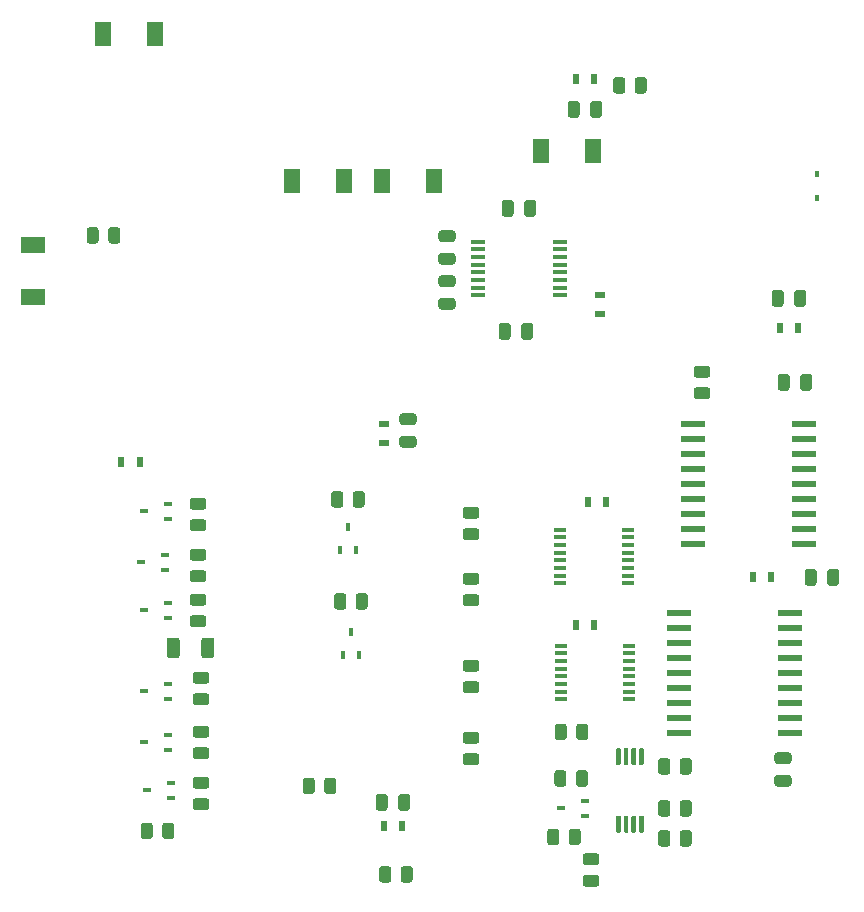
<source format=gbr>
%TF.GenerationSoftware,KiCad,Pcbnew,(5.1.8)-1*%
%TF.CreationDate,2022-01-24T15:12:58-08:00*%
%TF.ProjectId,BLE-33_baseboard,424c452d-3333-45f6-9261-7365626f6172,rev?*%
%TF.SameCoordinates,Original*%
%TF.FileFunction,Paste,Bot*%
%TF.FilePolarity,Positive*%
%FSLAX46Y46*%
G04 Gerber Fmt 4.6, Leading zero omitted, Abs format (unit mm)*
G04 Created by KiCad (PCBNEW (5.1.8)-1) date 2022-01-24 15:12:58*
%MOMM*%
%LPD*%
G01*
G04 APERTURE LIST*
%ADD10R,0.540000X0.940000*%
%ADD11R,0.940000X0.540000*%
%ADD12R,0.450000X0.600000*%
%ADD13R,0.700000X0.450000*%
%ADD14R,0.450000X0.700000*%
%ADD15R,1.000000X0.400000*%
%ADD16R,1.200000X0.400000*%
%ADD17R,2.000000X0.600000*%
%ADD18R,2.100000X1.400000*%
%ADD19R,1.400000X2.100000*%
G04 APERTURE END LIST*
D10*
%TO.C,C15*%
X163614000Y-99314000D03*
X162014000Y-99314000D03*
%TD*%
%TO.C,C14*%
X165900000Y-78232000D03*
X164300000Y-78232000D03*
%TD*%
%TO.C,C13*%
X147028000Y-103378000D03*
X148628000Y-103378000D03*
%TD*%
%TO.C,C12*%
X132372000Y-120396000D03*
X130772000Y-120396000D03*
%TD*%
D11*
%TO.C,C11*%
X149098000Y-75400000D03*
X149098000Y-77000000D03*
%TD*%
D10*
%TO.C,C10*%
X148044000Y-92964000D03*
X149644000Y-92964000D03*
%TD*%
%TO.C,C7*%
X148628000Y-57150000D03*
X147028000Y-57150000D03*
%TD*%
D11*
%TO.C,C6*%
X130810000Y-86322000D03*
X130810000Y-87922000D03*
%TD*%
D10*
%TO.C,C5*%
X108547000Y-89535000D03*
X110147000Y-89535000D03*
%TD*%
D12*
%TO.C,D3*%
X167513000Y-65117000D03*
X167513000Y-67217000D03*
%TD*%
%TO.C,R24*%
G36*
G01*
X113527000Y-104657999D02*
X113527000Y-105908001D01*
G75*
G02*
X113277001Y-106158000I-249999J0D01*
G01*
X112651999Y-106158000D01*
G75*
G02*
X112402000Y-105908001I0J249999D01*
G01*
X112402000Y-104657999D01*
G75*
G02*
X112651999Y-104408000I249999J0D01*
G01*
X113277001Y-104408000D01*
G75*
G02*
X113527000Y-104657999I0J-249999D01*
G01*
G37*
G36*
G01*
X116452000Y-104657999D02*
X116452000Y-105908001D01*
G75*
G02*
X116202001Y-106158000I-249999J0D01*
G01*
X115576999Y-106158000D01*
G75*
G02*
X115327000Y-105908001I0J249999D01*
G01*
X115327000Y-104657999D01*
G75*
G02*
X115576999Y-104408000I249999J0D01*
G01*
X116202001Y-104408000D01*
G75*
G02*
X116452000Y-104657999I0J-249999D01*
G01*
G37*
%TD*%
%TO.C,R26*%
G36*
G01*
X112033000Y-121227001D02*
X112033000Y-120326999D01*
G75*
G02*
X112282999Y-120077000I249999J0D01*
G01*
X112808001Y-120077000D01*
G75*
G02*
X113058000Y-120326999I0J-249999D01*
G01*
X113058000Y-121227001D01*
G75*
G02*
X112808001Y-121477000I-249999J0D01*
G01*
X112282999Y-121477000D01*
G75*
G02*
X112033000Y-121227001I0J249999D01*
G01*
G37*
G36*
G01*
X110208000Y-121227001D02*
X110208000Y-120326999D01*
G75*
G02*
X110457999Y-120077000I249999J0D01*
G01*
X110983001Y-120077000D01*
G75*
G02*
X111233000Y-120326999I0J-249999D01*
G01*
X111233000Y-121227001D01*
G75*
G02*
X110983001Y-121477000I-249999J0D01*
G01*
X110457999Y-121477000D01*
G75*
G02*
X110208000Y-121227001I0J249999D01*
G01*
G37*
%TD*%
%TO.C,R22*%
G36*
G01*
X138626001Y-99930000D02*
X137725999Y-99930000D01*
G75*
G02*
X137476000Y-99680001I0J249999D01*
G01*
X137476000Y-99154999D01*
G75*
G02*
X137725999Y-98905000I249999J0D01*
G01*
X138626001Y-98905000D01*
G75*
G02*
X138876000Y-99154999I0J-249999D01*
G01*
X138876000Y-99680001D01*
G75*
G02*
X138626001Y-99930000I-249999J0D01*
G01*
G37*
G36*
G01*
X138626001Y-101755000D02*
X137725999Y-101755000D01*
G75*
G02*
X137476000Y-101505001I0J249999D01*
G01*
X137476000Y-100979999D01*
G75*
G02*
X137725999Y-100730000I249999J0D01*
G01*
X138626001Y-100730000D01*
G75*
G02*
X138876000Y-100979999I0J-249999D01*
G01*
X138876000Y-101505001D01*
G75*
G02*
X138626001Y-101755000I-249999J0D01*
G01*
G37*
%TD*%
%TO.C,R29*%
G36*
G01*
X132226000Y-124910001D02*
X132226000Y-124009999D01*
G75*
G02*
X132475999Y-123760000I249999J0D01*
G01*
X133001001Y-123760000D01*
G75*
G02*
X133251000Y-124009999I0J-249999D01*
G01*
X133251000Y-124910001D01*
G75*
G02*
X133001001Y-125160000I-249999J0D01*
G01*
X132475999Y-125160000D01*
G75*
G02*
X132226000Y-124910001I0J249999D01*
G01*
G37*
G36*
G01*
X130401000Y-124910001D02*
X130401000Y-124009999D01*
G75*
G02*
X130650999Y-123760000I249999J0D01*
G01*
X131176001Y-123760000D01*
G75*
G02*
X131426000Y-124009999I0J-249999D01*
G01*
X131426000Y-124910001D01*
G75*
G02*
X131176001Y-125160000I-249999J0D01*
G01*
X130650999Y-125160000D01*
G75*
G02*
X130401000Y-124910001I0J249999D01*
G01*
G37*
%TD*%
%TO.C,R28*%
G36*
G01*
X148786001Y-123679000D02*
X147885999Y-123679000D01*
G75*
G02*
X147636000Y-123429001I0J249999D01*
G01*
X147636000Y-122903999D01*
G75*
G02*
X147885999Y-122654000I249999J0D01*
G01*
X148786001Y-122654000D01*
G75*
G02*
X149036000Y-122903999I0J-249999D01*
G01*
X149036000Y-123429001D01*
G75*
G02*
X148786001Y-123679000I-249999J0D01*
G01*
G37*
G36*
G01*
X148786001Y-125504000D02*
X147885999Y-125504000D01*
G75*
G02*
X147636000Y-125254001I0J249999D01*
G01*
X147636000Y-124728999D01*
G75*
G02*
X147885999Y-124479000I249999J0D01*
G01*
X148786001Y-124479000D01*
G75*
G02*
X149036000Y-124728999I0J-249999D01*
G01*
X149036000Y-125254001D01*
G75*
G02*
X148786001Y-125504000I-249999J0D01*
G01*
G37*
%TD*%
%TO.C,R27*%
G36*
G01*
X145650000Y-120834999D02*
X145650000Y-121735001D01*
G75*
G02*
X145400001Y-121985000I-249999J0D01*
G01*
X144874999Y-121985000D01*
G75*
G02*
X144625000Y-121735001I0J249999D01*
G01*
X144625000Y-120834999D01*
G75*
G02*
X144874999Y-120585000I249999J0D01*
G01*
X145400001Y-120585000D01*
G75*
G02*
X145650000Y-120834999I0J-249999D01*
G01*
G37*
G36*
G01*
X147475000Y-120834999D02*
X147475000Y-121735001D01*
G75*
G02*
X147225001Y-121985000I-249999J0D01*
G01*
X146699999Y-121985000D01*
G75*
G02*
X146450000Y-121735001I0J249999D01*
G01*
X146450000Y-120834999D01*
G75*
G02*
X146699999Y-120585000I249999J0D01*
G01*
X147225001Y-120585000D01*
G75*
G02*
X147475000Y-120834999I0J-249999D01*
G01*
G37*
%TD*%
%TO.C,R25*%
G36*
G01*
X124949000Y-116516999D02*
X124949000Y-117417001D01*
G75*
G02*
X124699001Y-117667000I-249999J0D01*
G01*
X124173999Y-117667000D01*
G75*
G02*
X123924000Y-117417001I0J249999D01*
G01*
X123924000Y-116516999D01*
G75*
G02*
X124173999Y-116267000I249999J0D01*
G01*
X124699001Y-116267000D01*
G75*
G02*
X124949000Y-116516999I0J-249999D01*
G01*
G37*
G36*
G01*
X126774000Y-116516999D02*
X126774000Y-117417001D01*
G75*
G02*
X126524001Y-117667000I-249999J0D01*
G01*
X125998999Y-117667000D01*
G75*
G02*
X125749000Y-117417001I0J249999D01*
G01*
X125749000Y-116516999D01*
G75*
G02*
X125998999Y-116267000I249999J0D01*
G01*
X126524001Y-116267000D01*
G75*
G02*
X126774000Y-116516999I0J-249999D01*
G01*
G37*
%TD*%
%TO.C,R23*%
G36*
G01*
X138626001Y-94342000D02*
X137725999Y-94342000D01*
G75*
G02*
X137476000Y-94092001I0J249999D01*
G01*
X137476000Y-93566999D01*
G75*
G02*
X137725999Y-93317000I249999J0D01*
G01*
X138626001Y-93317000D01*
G75*
G02*
X138876000Y-93566999I0J-249999D01*
G01*
X138876000Y-94092001D01*
G75*
G02*
X138626001Y-94342000I-249999J0D01*
G01*
G37*
G36*
G01*
X138626001Y-96167000D02*
X137725999Y-96167000D01*
G75*
G02*
X137476000Y-95917001I0J249999D01*
G01*
X137476000Y-95391999D01*
G75*
G02*
X137725999Y-95142000I249999J0D01*
G01*
X138626001Y-95142000D01*
G75*
G02*
X138876000Y-95391999I0J-249999D01*
G01*
X138876000Y-95917001D01*
G75*
G02*
X138626001Y-96167000I-249999J0D01*
G01*
G37*
%TD*%
%TO.C,R21*%
G36*
G01*
X138626001Y-107296000D02*
X137725999Y-107296000D01*
G75*
G02*
X137476000Y-107046001I0J249999D01*
G01*
X137476000Y-106520999D01*
G75*
G02*
X137725999Y-106271000I249999J0D01*
G01*
X138626001Y-106271000D01*
G75*
G02*
X138876000Y-106520999I0J-249999D01*
G01*
X138876000Y-107046001D01*
G75*
G02*
X138626001Y-107296000I-249999J0D01*
G01*
G37*
G36*
G01*
X138626001Y-109121000D02*
X137725999Y-109121000D01*
G75*
G02*
X137476000Y-108871001I0J249999D01*
G01*
X137476000Y-108345999D01*
G75*
G02*
X137725999Y-108096000I249999J0D01*
G01*
X138626001Y-108096000D01*
G75*
G02*
X138876000Y-108345999I0J-249999D01*
G01*
X138876000Y-108871001D01*
G75*
G02*
X138626001Y-109121000I-249999J0D01*
G01*
G37*
%TD*%
%TO.C,R20*%
G36*
G01*
X138626001Y-113392000D02*
X137725999Y-113392000D01*
G75*
G02*
X137476000Y-113142001I0J249999D01*
G01*
X137476000Y-112616999D01*
G75*
G02*
X137725999Y-112367000I249999J0D01*
G01*
X138626001Y-112367000D01*
G75*
G02*
X138876000Y-112616999I0J-249999D01*
G01*
X138876000Y-113142001D01*
G75*
G02*
X138626001Y-113392000I-249999J0D01*
G01*
G37*
G36*
G01*
X138626001Y-115217000D02*
X137725999Y-115217000D01*
G75*
G02*
X137476000Y-114967001I0J249999D01*
G01*
X137476000Y-114441999D01*
G75*
G02*
X137725999Y-114192000I249999J0D01*
G01*
X138626001Y-114192000D01*
G75*
G02*
X138876000Y-114441999I0J-249999D01*
G01*
X138876000Y-114967001D01*
G75*
G02*
X138626001Y-115217000I-249999J0D01*
G01*
G37*
%TD*%
%TO.C,R19*%
G36*
G01*
X147085000Y-112845001D02*
X147085000Y-111944999D01*
G75*
G02*
X147334999Y-111695000I249999J0D01*
G01*
X147860001Y-111695000D01*
G75*
G02*
X148110000Y-111944999I0J-249999D01*
G01*
X148110000Y-112845001D01*
G75*
G02*
X147860001Y-113095000I-249999J0D01*
G01*
X147334999Y-113095000D01*
G75*
G02*
X147085000Y-112845001I0J249999D01*
G01*
G37*
G36*
G01*
X145260000Y-112845001D02*
X145260000Y-111944999D01*
G75*
G02*
X145509999Y-111695000I249999J0D01*
G01*
X146035001Y-111695000D01*
G75*
G02*
X146285000Y-111944999I0J-249999D01*
G01*
X146285000Y-112845001D01*
G75*
G02*
X146035001Y-113095000I-249999J0D01*
G01*
X145509999Y-113095000D01*
G75*
G02*
X145260000Y-112845001I0J249999D01*
G01*
G37*
%TD*%
D13*
%TO.C,Q3*%
X110506000Y-93726000D03*
X112506000Y-94376000D03*
X112506000Y-93076000D03*
%TD*%
D14*
%TO.C,Q11*%
X128016000Y-103902000D03*
X127366000Y-105902000D03*
X128666000Y-105902000D03*
%TD*%
%TO.C,Q10*%
X127762000Y-95012000D03*
X127112000Y-97012000D03*
X128412000Y-97012000D03*
%TD*%
D13*
%TO.C,Q9*%
X145812000Y-118872000D03*
X147812000Y-119522000D03*
X147812000Y-118222000D03*
%TD*%
%TO.C,Q8*%
X110506000Y-108966000D03*
X112506000Y-109616000D03*
X112506000Y-108316000D03*
%TD*%
%TO.C,Q7*%
X110760000Y-117348000D03*
X112760000Y-117998000D03*
X112760000Y-116698000D03*
%TD*%
%TO.C,Q6*%
X110506000Y-113284000D03*
X112506000Y-113934000D03*
X112506000Y-112634000D03*
%TD*%
%TO.C,Q5*%
X110506000Y-102108000D03*
X112506000Y-102758000D03*
X112506000Y-101458000D03*
%TD*%
%TO.C,Q4*%
X110252000Y-98044000D03*
X112252000Y-98694000D03*
X112252000Y-97394000D03*
%TD*%
%TO.C,R18*%
G36*
G01*
X127616000Y-100895998D02*
X127616000Y-101796002D01*
G75*
G02*
X127366002Y-102046000I-249998J0D01*
G01*
X126840998Y-102046000D01*
G75*
G02*
X126591000Y-101796002I0J249998D01*
G01*
X126591000Y-100895998D01*
G75*
G02*
X126840998Y-100646000I249998J0D01*
G01*
X127366002Y-100646000D01*
G75*
G02*
X127616000Y-100895998I0J-249998D01*
G01*
G37*
G36*
G01*
X129441000Y-100895998D02*
X129441000Y-101796002D01*
G75*
G02*
X129191002Y-102046000I-249998J0D01*
G01*
X128665998Y-102046000D01*
G75*
G02*
X128416000Y-101796002I0J249998D01*
G01*
X128416000Y-100895998D01*
G75*
G02*
X128665998Y-100646000I249998J0D01*
G01*
X129191002Y-100646000D01*
G75*
G02*
X129441000Y-100895998I0J-249998D01*
G01*
G37*
%TD*%
%TO.C,R17*%
G36*
G01*
X127362000Y-92259998D02*
X127362000Y-93160002D01*
G75*
G02*
X127112002Y-93410000I-249998J0D01*
G01*
X126586998Y-93410000D01*
G75*
G02*
X126337000Y-93160002I0J249998D01*
G01*
X126337000Y-92259998D01*
G75*
G02*
X126586998Y-92010000I249998J0D01*
G01*
X127112002Y-92010000D01*
G75*
G02*
X127362000Y-92259998I0J-249998D01*
G01*
G37*
G36*
G01*
X129187000Y-92259998D02*
X129187000Y-93160002D01*
G75*
G02*
X128937002Y-93410000I-249998J0D01*
G01*
X128411998Y-93410000D01*
G75*
G02*
X128162000Y-93160002I0J249998D01*
G01*
X128162000Y-92259998D01*
G75*
G02*
X128411998Y-92010000I249998J0D01*
G01*
X128937002Y-92010000D01*
G75*
G02*
X129187000Y-92259998I0J-249998D01*
G01*
G37*
%TD*%
%TO.C,R3*%
G36*
G01*
X114611998Y-102508000D02*
X115512002Y-102508000D01*
G75*
G02*
X115762000Y-102757998I0J-249998D01*
G01*
X115762000Y-103283002D01*
G75*
G02*
X115512002Y-103533000I-249998J0D01*
G01*
X114611998Y-103533000D01*
G75*
G02*
X114362000Y-103283002I0J249998D01*
G01*
X114362000Y-102757998D01*
G75*
G02*
X114611998Y-102508000I249998J0D01*
G01*
G37*
G36*
G01*
X114611998Y-100683000D02*
X115512002Y-100683000D01*
G75*
G02*
X115762000Y-100932998I0J-249998D01*
G01*
X115762000Y-101458002D01*
G75*
G02*
X115512002Y-101708000I-249998J0D01*
G01*
X114611998Y-101708000D01*
G75*
G02*
X114362000Y-101458002I0J249998D01*
G01*
X114362000Y-100932998D01*
G75*
G02*
X114611998Y-100683000I249998J0D01*
G01*
G37*
%TD*%
%TO.C,R16*%
G36*
G01*
X147061500Y-116782002D02*
X147061500Y-115881998D01*
G75*
G02*
X147311498Y-115632000I249998J0D01*
G01*
X147836502Y-115632000D01*
G75*
G02*
X148086500Y-115881998I0J-249998D01*
G01*
X148086500Y-116782002D01*
G75*
G02*
X147836502Y-117032000I-249998J0D01*
G01*
X147311498Y-117032000D01*
G75*
G02*
X147061500Y-116782002I0J249998D01*
G01*
G37*
G36*
G01*
X145236500Y-116782002D02*
X145236500Y-115881998D01*
G75*
G02*
X145486498Y-115632000I249998J0D01*
G01*
X146011502Y-115632000D01*
G75*
G02*
X146261500Y-115881998I0J-249998D01*
G01*
X146261500Y-116782002D01*
G75*
G02*
X146011502Y-117032000I-249998J0D01*
G01*
X145486498Y-117032000D01*
G75*
G02*
X145236500Y-116782002I0J249998D01*
G01*
G37*
%TD*%
%TO.C,R15*%
G36*
G01*
X106661000Y-69907998D02*
X106661000Y-70808002D01*
G75*
G02*
X106411002Y-71058000I-249998J0D01*
G01*
X105885998Y-71058000D01*
G75*
G02*
X105636000Y-70808002I0J249998D01*
G01*
X105636000Y-69907998D01*
G75*
G02*
X105885998Y-69658000I249998J0D01*
G01*
X106411002Y-69658000D01*
G75*
G02*
X106661000Y-69907998I0J-249998D01*
G01*
G37*
G36*
G01*
X108486000Y-69907998D02*
X108486000Y-70808002D01*
G75*
G02*
X108236002Y-71058000I-249998J0D01*
G01*
X107710998Y-71058000D01*
G75*
G02*
X107461000Y-70808002I0J249998D01*
G01*
X107461000Y-69907998D01*
G75*
G02*
X107710998Y-69658000I249998J0D01*
G01*
X108236002Y-69658000D01*
G75*
G02*
X108486000Y-69907998I0J-249998D01*
G01*
G37*
%TD*%
%TO.C,R14*%
G36*
G01*
X151238000Y-57207998D02*
X151238000Y-58108002D01*
G75*
G02*
X150988002Y-58358000I-249998J0D01*
G01*
X150462998Y-58358000D01*
G75*
G02*
X150213000Y-58108002I0J249998D01*
G01*
X150213000Y-57207998D01*
G75*
G02*
X150462998Y-56958000I249998J0D01*
G01*
X150988002Y-56958000D01*
G75*
G02*
X151238000Y-57207998I0J-249998D01*
G01*
G37*
G36*
G01*
X153063000Y-57207998D02*
X153063000Y-58108002D01*
G75*
G02*
X152813002Y-58358000I-249998J0D01*
G01*
X152287998Y-58358000D01*
G75*
G02*
X152038000Y-58108002I0J249998D01*
G01*
X152038000Y-57207998D01*
G75*
G02*
X152287998Y-56958000I249998J0D01*
G01*
X152813002Y-56958000D01*
G75*
G02*
X153063000Y-57207998I0J-249998D01*
G01*
G37*
%TD*%
%TO.C,R13*%
G36*
G01*
X158184002Y-82404000D02*
X157283998Y-82404000D01*
G75*
G02*
X157034000Y-82154002I0J249998D01*
G01*
X157034000Y-81628998D01*
G75*
G02*
X157283998Y-81379000I249998J0D01*
G01*
X158184002Y-81379000D01*
G75*
G02*
X158434000Y-81628998I0J-249998D01*
G01*
X158434000Y-82154002D01*
G75*
G02*
X158184002Y-82404000I-249998J0D01*
G01*
G37*
G36*
G01*
X158184002Y-84229000D02*
X157283998Y-84229000D01*
G75*
G02*
X157034000Y-83979002I0J249998D01*
G01*
X157034000Y-83453998D01*
G75*
G02*
X157283998Y-83204000I249998J0D01*
G01*
X158184002Y-83204000D01*
G75*
G02*
X158434000Y-83453998I0J-249998D01*
G01*
X158434000Y-83979002D01*
G75*
G02*
X158184002Y-84229000I-249998J0D01*
G01*
G37*
%TD*%
%TO.C,R12*%
G36*
G01*
X114865998Y-109112000D02*
X115766002Y-109112000D01*
G75*
G02*
X116016000Y-109361998I0J-249998D01*
G01*
X116016000Y-109887002D01*
G75*
G02*
X115766002Y-110137000I-249998J0D01*
G01*
X114865998Y-110137000D01*
G75*
G02*
X114616000Y-109887002I0J249998D01*
G01*
X114616000Y-109361998D01*
G75*
G02*
X114865998Y-109112000I249998J0D01*
G01*
G37*
G36*
G01*
X114865998Y-107287000D02*
X115766002Y-107287000D01*
G75*
G02*
X116016000Y-107536998I0J-249998D01*
G01*
X116016000Y-108062002D01*
G75*
G02*
X115766002Y-108312000I-249998J0D01*
G01*
X114865998Y-108312000D01*
G75*
G02*
X114616000Y-108062002I0J249998D01*
G01*
X114616000Y-107536998D01*
G75*
G02*
X114865998Y-107287000I249998J0D01*
G01*
G37*
%TD*%
%TO.C,R11*%
G36*
G01*
X114865998Y-118002000D02*
X115766002Y-118002000D01*
G75*
G02*
X116016000Y-118251998I0J-249998D01*
G01*
X116016000Y-118777002D01*
G75*
G02*
X115766002Y-119027000I-249998J0D01*
G01*
X114865998Y-119027000D01*
G75*
G02*
X114616000Y-118777002I0J249998D01*
G01*
X114616000Y-118251998D01*
G75*
G02*
X114865998Y-118002000I249998J0D01*
G01*
G37*
G36*
G01*
X114865998Y-116177000D02*
X115766002Y-116177000D01*
G75*
G02*
X116016000Y-116426998I0J-249998D01*
G01*
X116016000Y-116952002D01*
G75*
G02*
X115766002Y-117202000I-249998J0D01*
G01*
X114865998Y-117202000D01*
G75*
G02*
X114616000Y-116952002I0J249998D01*
G01*
X114616000Y-116426998D01*
G75*
G02*
X114865998Y-116177000I249998J0D01*
G01*
G37*
%TD*%
%TO.C,R10*%
G36*
G01*
X114865998Y-113684000D02*
X115766002Y-113684000D01*
G75*
G02*
X116016000Y-113933998I0J-249998D01*
G01*
X116016000Y-114459002D01*
G75*
G02*
X115766002Y-114709000I-249998J0D01*
G01*
X114865998Y-114709000D01*
G75*
G02*
X114616000Y-114459002I0J249998D01*
G01*
X114616000Y-113933998D01*
G75*
G02*
X114865998Y-113684000I249998J0D01*
G01*
G37*
G36*
G01*
X114865998Y-111859000D02*
X115766002Y-111859000D01*
G75*
G02*
X116016000Y-112108998I0J-249998D01*
G01*
X116016000Y-112634002D01*
G75*
G02*
X115766002Y-112884000I-249998J0D01*
G01*
X114865998Y-112884000D01*
G75*
G02*
X114616000Y-112634002I0J249998D01*
G01*
X114616000Y-112108998D01*
G75*
G02*
X114865998Y-111859000I249998J0D01*
G01*
G37*
%TD*%
%TO.C,R8*%
G36*
G01*
X155048000Y-118421998D02*
X155048000Y-119322002D01*
G75*
G02*
X154798002Y-119572000I-249998J0D01*
G01*
X154272998Y-119572000D01*
G75*
G02*
X154023000Y-119322002I0J249998D01*
G01*
X154023000Y-118421998D01*
G75*
G02*
X154272998Y-118172000I249998J0D01*
G01*
X154798002Y-118172000D01*
G75*
G02*
X155048000Y-118421998I0J-249998D01*
G01*
G37*
G36*
G01*
X156873000Y-118421998D02*
X156873000Y-119322002D01*
G75*
G02*
X156623002Y-119572000I-249998J0D01*
G01*
X156097998Y-119572000D01*
G75*
G02*
X155848000Y-119322002I0J249998D01*
G01*
X155848000Y-118421998D01*
G75*
G02*
X156097998Y-118172000I249998J0D01*
G01*
X156623002Y-118172000D01*
G75*
G02*
X156873000Y-118421998I0J-249998D01*
G01*
G37*
%TD*%
%TO.C,R6*%
G36*
G01*
X155048000Y-114865998D02*
X155048000Y-115766002D01*
G75*
G02*
X154798002Y-116016000I-249998J0D01*
G01*
X154272998Y-116016000D01*
G75*
G02*
X154023000Y-115766002I0J249998D01*
G01*
X154023000Y-114865998D01*
G75*
G02*
X154272998Y-114616000I249998J0D01*
G01*
X154798002Y-114616000D01*
G75*
G02*
X155048000Y-114865998I0J-249998D01*
G01*
G37*
G36*
G01*
X156873000Y-114865998D02*
X156873000Y-115766002D01*
G75*
G02*
X156623002Y-116016000I-249998J0D01*
G01*
X156097998Y-116016000D01*
G75*
G02*
X155848000Y-115766002I0J249998D01*
G01*
X155848000Y-114865998D01*
G75*
G02*
X156097998Y-114616000I249998J0D01*
G01*
X156623002Y-114616000D01*
G75*
G02*
X156873000Y-114865998I0J-249998D01*
G01*
G37*
%TD*%
%TO.C,R4*%
G36*
G01*
X155048000Y-120961998D02*
X155048000Y-121862002D01*
G75*
G02*
X154798002Y-122112000I-249998J0D01*
G01*
X154272998Y-122112000D01*
G75*
G02*
X154023000Y-121862002I0J249998D01*
G01*
X154023000Y-120961998D01*
G75*
G02*
X154272998Y-120712000I249998J0D01*
G01*
X154798002Y-120712000D01*
G75*
G02*
X155048000Y-120961998I0J-249998D01*
G01*
G37*
G36*
G01*
X156873000Y-120961998D02*
X156873000Y-121862002D01*
G75*
G02*
X156623002Y-122112000I-249998J0D01*
G01*
X156097998Y-122112000D01*
G75*
G02*
X155848000Y-121862002I0J249998D01*
G01*
X155848000Y-120961998D01*
G75*
G02*
X156097998Y-120712000I249998J0D01*
G01*
X156623002Y-120712000D01*
G75*
G02*
X156873000Y-120961998I0J-249998D01*
G01*
G37*
%TD*%
%TO.C,R2*%
G36*
G01*
X114611998Y-98698000D02*
X115512002Y-98698000D01*
G75*
G02*
X115762000Y-98947998I0J-249998D01*
G01*
X115762000Y-99473002D01*
G75*
G02*
X115512002Y-99723000I-249998J0D01*
G01*
X114611998Y-99723000D01*
G75*
G02*
X114362000Y-99473002I0J249998D01*
G01*
X114362000Y-98947998D01*
G75*
G02*
X114611998Y-98698000I249998J0D01*
G01*
G37*
G36*
G01*
X114611998Y-96873000D02*
X115512002Y-96873000D01*
G75*
G02*
X115762000Y-97122998I0J-249998D01*
G01*
X115762000Y-97648002D01*
G75*
G02*
X115512002Y-97898000I-249998J0D01*
G01*
X114611998Y-97898000D01*
G75*
G02*
X114362000Y-97648002I0J249998D01*
G01*
X114362000Y-97122998D01*
G75*
G02*
X114611998Y-96873000I249998J0D01*
G01*
G37*
%TD*%
%TO.C,R1*%
G36*
G01*
X114611998Y-94380000D02*
X115512002Y-94380000D01*
G75*
G02*
X115762000Y-94629998I0J-249998D01*
G01*
X115762000Y-95155002D01*
G75*
G02*
X115512002Y-95405000I-249998J0D01*
G01*
X114611998Y-95405000D01*
G75*
G02*
X114362000Y-95155002I0J249998D01*
G01*
X114362000Y-94629998D01*
G75*
G02*
X114611998Y-94380000I249998J0D01*
G01*
G37*
G36*
G01*
X114611998Y-92555000D02*
X115512002Y-92555000D01*
G75*
G02*
X115762000Y-92804998I0J-249998D01*
G01*
X115762000Y-93330002D01*
G75*
G02*
X115512002Y-93580000I-249998J0D01*
G01*
X114611998Y-93580000D01*
G75*
G02*
X114362000Y-93330002I0J249998D01*
G01*
X114362000Y-92804998D01*
G75*
G02*
X114611998Y-92555000I249998J0D01*
G01*
G37*
%TD*%
%TO.C,C20*%
G36*
G01*
X165158000Y-82329000D02*
X165158000Y-83279000D01*
G75*
G02*
X164908000Y-83529000I-250000J0D01*
G01*
X164408000Y-83529000D01*
G75*
G02*
X164158000Y-83279000I0J250000D01*
G01*
X164158000Y-82329000D01*
G75*
G02*
X164408000Y-82079000I250000J0D01*
G01*
X164908000Y-82079000D01*
G75*
G02*
X165158000Y-82329000I0J-250000D01*
G01*
G37*
G36*
G01*
X167058000Y-82329000D02*
X167058000Y-83279000D01*
G75*
G02*
X166808000Y-83529000I-250000J0D01*
G01*
X166308000Y-83529000D01*
G75*
G02*
X166058000Y-83279000I0J250000D01*
G01*
X166058000Y-82329000D01*
G75*
G02*
X166308000Y-82079000I250000J0D01*
G01*
X166808000Y-82079000D01*
G75*
G02*
X167058000Y-82329000I0J-250000D01*
G01*
G37*
%TD*%
%TO.C,C19*%
G36*
G01*
X165067000Y-115120000D02*
X164117000Y-115120000D01*
G75*
G02*
X163867000Y-114870000I0J250000D01*
G01*
X163867000Y-114370000D01*
G75*
G02*
X164117000Y-114120000I250000J0D01*
G01*
X165067000Y-114120000D01*
G75*
G02*
X165317000Y-114370000I0J-250000D01*
G01*
X165317000Y-114870000D01*
G75*
G02*
X165067000Y-115120000I-250000J0D01*
G01*
G37*
G36*
G01*
X165067000Y-117020000D02*
X164117000Y-117020000D01*
G75*
G02*
X163867000Y-116770000I0J250000D01*
G01*
X163867000Y-116270000D01*
G75*
G02*
X164117000Y-116020000I250000J0D01*
G01*
X165067000Y-116020000D01*
G75*
G02*
X165317000Y-116270000I0J-250000D01*
G01*
X165317000Y-116770000D01*
G75*
G02*
X165067000Y-117020000I-250000J0D01*
G01*
G37*
%TD*%
%TO.C,C18*%
G36*
G01*
X168344000Y-99789000D02*
X168344000Y-98839000D01*
G75*
G02*
X168594000Y-98589000I250000J0D01*
G01*
X169094000Y-98589000D01*
G75*
G02*
X169344000Y-98839000I0J-250000D01*
G01*
X169344000Y-99789000D01*
G75*
G02*
X169094000Y-100039000I-250000J0D01*
G01*
X168594000Y-100039000D01*
G75*
G02*
X168344000Y-99789000I0J250000D01*
G01*
G37*
G36*
G01*
X166444000Y-99789000D02*
X166444000Y-98839000D01*
G75*
G02*
X166694000Y-98589000I250000J0D01*
G01*
X167194000Y-98589000D01*
G75*
G02*
X167444000Y-98839000I0J-250000D01*
G01*
X167444000Y-99789000D01*
G75*
G02*
X167194000Y-100039000I-250000J0D01*
G01*
X166694000Y-100039000D01*
G75*
G02*
X166444000Y-99789000I0J250000D01*
G01*
G37*
%TD*%
%TO.C,C17*%
G36*
G01*
X164650000Y-75217000D02*
X164650000Y-76167000D01*
G75*
G02*
X164400000Y-76417000I-250000J0D01*
G01*
X163900000Y-76417000D01*
G75*
G02*
X163650000Y-76167000I0J250000D01*
G01*
X163650000Y-75217000D01*
G75*
G02*
X163900000Y-74967000I250000J0D01*
G01*
X164400000Y-74967000D01*
G75*
G02*
X164650000Y-75217000I0J-250000D01*
G01*
G37*
G36*
G01*
X166550000Y-75217000D02*
X166550000Y-76167000D01*
G75*
G02*
X166300000Y-76417000I-250000J0D01*
G01*
X165800000Y-76417000D01*
G75*
G02*
X165550000Y-76167000I0J250000D01*
G01*
X165550000Y-75217000D01*
G75*
G02*
X165800000Y-74967000I250000J0D01*
G01*
X166300000Y-74967000D01*
G75*
G02*
X166550000Y-75217000I0J-250000D01*
G01*
G37*
%TD*%
%TO.C,C16*%
G36*
G01*
X131122000Y-117889000D02*
X131122000Y-118839000D01*
G75*
G02*
X130872000Y-119089000I-250000J0D01*
G01*
X130372000Y-119089000D01*
G75*
G02*
X130122000Y-118839000I0J250000D01*
G01*
X130122000Y-117889000D01*
G75*
G02*
X130372000Y-117639000I250000J0D01*
G01*
X130872000Y-117639000D01*
G75*
G02*
X131122000Y-117889000I0J-250000D01*
G01*
G37*
G36*
G01*
X133022000Y-117889000D02*
X133022000Y-118839000D01*
G75*
G02*
X132772000Y-119089000I-250000J0D01*
G01*
X132272000Y-119089000D01*
G75*
G02*
X132022000Y-118839000I0J250000D01*
G01*
X132022000Y-117889000D01*
G75*
G02*
X132272000Y-117639000I250000J0D01*
G01*
X132772000Y-117639000D01*
G75*
G02*
X133022000Y-117889000I0J-250000D01*
G01*
G37*
%TD*%
%TO.C,C9*%
G36*
G01*
X132367000Y-87318000D02*
X133317000Y-87318000D01*
G75*
G02*
X133567000Y-87568000I0J-250000D01*
G01*
X133567000Y-88068000D01*
G75*
G02*
X133317000Y-88318000I-250000J0D01*
G01*
X132367000Y-88318000D01*
G75*
G02*
X132117000Y-88068000I0J250000D01*
G01*
X132117000Y-87568000D01*
G75*
G02*
X132367000Y-87318000I250000J0D01*
G01*
G37*
G36*
G01*
X132367000Y-85418000D02*
X133317000Y-85418000D01*
G75*
G02*
X133567000Y-85668000I0J-250000D01*
G01*
X133567000Y-86168000D01*
G75*
G02*
X133317000Y-86418000I-250000J0D01*
G01*
X132367000Y-86418000D01*
G75*
G02*
X132117000Y-86168000I0J250000D01*
G01*
X132117000Y-85668000D01*
G75*
G02*
X132367000Y-85418000I250000J0D01*
G01*
G37*
%TD*%
%TO.C,C8*%
G36*
G01*
X147378000Y-59215000D02*
X147378000Y-60165000D01*
G75*
G02*
X147128000Y-60415000I-250000J0D01*
G01*
X146628000Y-60415000D01*
G75*
G02*
X146378000Y-60165000I0J250000D01*
G01*
X146378000Y-59215000D01*
G75*
G02*
X146628000Y-58965000I250000J0D01*
G01*
X147128000Y-58965000D01*
G75*
G02*
X147378000Y-59215000I0J-250000D01*
G01*
G37*
G36*
G01*
X149278000Y-59215000D02*
X149278000Y-60165000D01*
G75*
G02*
X149028000Y-60415000I-250000J0D01*
G01*
X148528000Y-60415000D01*
G75*
G02*
X148278000Y-60165000I0J250000D01*
G01*
X148278000Y-59215000D01*
G75*
G02*
X148528000Y-58965000I250000J0D01*
G01*
X149028000Y-58965000D01*
G75*
G02*
X149278000Y-59215000I0J-250000D01*
G01*
G37*
%TD*%
%TO.C,C4*%
G36*
G01*
X141790000Y-67597000D02*
X141790000Y-68547000D01*
G75*
G02*
X141540000Y-68797000I-250000J0D01*
G01*
X141040000Y-68797000D01*
G75*
G02*
X140790000Y-68547000I0J250000D01*
G01*
X140790000Y-67597000D01*
G75*
G02*
X141040000Y-67347000I250000J0D01*
G01*
X141540000Y-67347000D01*
G75*
G02*
X141790000Y-67597000I0J-250000D01*
G01*
G37*
G36*
G01*
X143690000Y-67597000D02*
X143690000Y-68547000D01*
G75*
G02*
X143440000Y-68797000I-250000J0D01*
G01*
X142940000Y-68797000D01*
G75*
G02*
X142690000Y-68547000I0J250000D01*
G01*
X142690000Y-67597000D01*
G75*
G02*
X142940000Y-67347000I250000J0D01*
G01*
X143440000Y-67347000D01*
G75*
G02*
X143690000Y-67597000I0J-250000D01*
G01*
G37*
%TD*%
%TO.C,C3*%
G36*
G01*
X142436000Y-78961000D02*
X142436000Y-78011000D01*
G75*
G02*
X142686000Y-77761000I250000J0D01*
G01*
X143186000Y-77761000D01*
G75*
G02*
X143436000Y-78011000I0J-250000D01*
G01*
X143436000Y-78961000D01*
G75*
G02*
X143186000Y-79211000I-250000J0D01*
G01*
X142686000Y-79211000D01*
G75*
G02*
X142436000Y-78961000I0J250000D01*
G01*
G37*
G36*
G01*
X140536000Y-78961000D02*
X140536000Y-78011000D01*
G75*
G02*
X140786000Y-77761000I250000J0D01*
G01*
X141286000Y-77761000D01*
G75*
G02*
X141536000Y-78011000I0J-250000D01*
G01*
X141536000Y-78961000D01*
G75*
G02*
X141286000Y-79211000I-250000J0D01*
G01*
X140786000Y-79211000D01*
G75*
G02*
X140536000Y-78961000I0J250000D01*
G01*
G37*
%TD*%
%TO.C,C2*%
G36*
G01*
X136619000Y-70924000D02*
X135669000Y-70924000D01*
G75*
G02*
X135419000Y-70674000I0J250000D01*
G01*
X135419000Y-70174000D01*
G75*
G02*
X135669000Y-69924000I250000J0D01*
G01*
X136619000Y-69924000D01*
G75*
G02*
X136869000Y-70174000I0J-250000D01*
G01*
X136869000Y-70674000D01*
G75*
G02*
X136619000Y-70924000I-250000J0D01*
G01*
G37*
G36*
G01*
X136619000Y-72824000D02*
X135669000Y-72824000D01*
G75*
G02*
X135419000Y-72574000I0J250000D01*
G01*
X135419000Y-72074000D01*
G75*
G02*
X135669000Y-71824000I250000J0D01*
G01*
X136619000Y-71824000D01*
G75*
G02*
X136869000Y-72074000I0J-250000D01*
G01*
X136869000Y-72574000D01*
G75*
G02*
X136619000Y-72824000I-250000J0D01*
G01*
G37*
%TD*%
%TO.C,C1*%
G36*
G01*
X136619000Y-74734000D02*
X135669000Y-74734000D01*
G75*
G02*
X135419000Y-74484000I0J250000D01*
G01*
X135419000Y-73984000D01*
G75*
G02*
X135669000Y-73734000I250000J0D01*
G01*
X136619000Y-73734000D01*
G75*
G02*
X136869000Y-73984000I0J-250000D01*
G01*
X136869000Y-74484000D01*
G75*
G02*
X136619000Y-74734000I-250000J0D01*
G01*
G37*
G36*
G01*
X136619000Y-76634000D02*
X135669000Y-76634000D01*
G75*
G02*
X135419000Y-76384000I0J250000D01*
G01*
X135419000Y-75884000D01*
G75*
G02*
X135669000Y-75634000I250000J0D01*
G01*
X136619000Y-75634000D01*
G75*
G02*
X136869000Y-75884000I0J-250000D01*
G01*
X136869000Y-76384000D01*
G75*
G02*
X136619000Y-76634000I-250000J0D01*
G01*
G37*
%TD*%
D15*
%TO.C,U6*%
X145796000Y-105096000D03*
X145796000Y-105746000D03*
X145796000Y-106396000D03*
X145796000Y-107046000D03*
X145796000Y-107696000D03*
X145796000Y-108346000D03*
X145796000Y-108996000D03*
X145796000Y-109646000D03*
X151596000Y-109646000D03*
X151596000Y-108996000D03*
X151596000Y-108346000D03*
X151596000Y-107696000D03*
X151596000Y-107046000D03*
X151596000Y-106396000D03*
X151596000Y-105746000D03*
X151596000Y-105096000D03*
%TD*%
%TO.C,U5*%
X145690000Y-95261000D03*
X145690000Y-95911000D03*
X145690000Y-96561000D03*
X145690000Y-97211000D03*
X145690000Y-97861000D03*
X145690000Y-98511000D03*
X145690000Y-99161000D03*
X145690000Y-99811000D03*
X151490000Y-99811000D03*
X151490000Y-99161000D03*
X151490000Y-98511000D03*
X151490000Y-97861000D03*
X151490000Y-97211000D03*
X151490000Y-96561000D03*
X151490000Y-95911000D03*
X151490000Y-95261000D03*
%TD*%
%TO.C,U4*%
G36*
G01*
X152713000Y-115223000D02*
X152513000Y-115223000D01*
G75*
G02*
X152413000Y-115123000I0J100000D01*
G01*
X152413000Y-113848000D01*
G75*
G02*
X152513000Y-113748000I100000J0D01*
G01*
X152713000Y-113748000D01*
G75*
G02*
X152813000Y-113848000I0J-100000D01*
G01*
X152813000Y-115123000D01*
G75*
G02*
X152713000Y-115223000I-100000J0D01*
G01*
G37*
G36*
G01*
X152063000Y-115223000D02*
X151863000Y-115223000D01*
G75*
G02*
X151763000Y-115123000I0J100000D01*
G01*
X151763000Y-113848000D01*
G75*
G02*
X151863000Y-113748000I100000J0D01*
G01*
X152063000Y-113748000D01*
G75*
G02*
X152163000Y-113848000I0J-100000D01*
G01*
X152163000Y-115123000D01*
G75*
G02*
X152063000Y-115223000I-100000J0D01*
G01*
G37*
G36*
G01*
X151413000Y-115223000D02*
X151213000Y-115223000D01*
G75*
G02*
X151113000Y-115123000I0J100000D01*
G01*
X151113000Y-113848000D01*
G75*
G02*
X151213000Y-113748000I100000J0D01*
G01*
X151413000Y-113748000D01*
G75*
G02*
X151513000Y-113848000I0J-100000D01*
G01*
X151513000Y-115123000D01*
G75*
G02*
X151413000Y-115223000I-100000J0D01*
G01*
G37*
G36*
G01*
X150763000Y-115223000D02*
X150563000Y-115223000D01*
G75*
G02*
X150463000Y-115123000I0J100000D01*
G01*
X150463000Y-113848000D01*
G75*
G02*
X150563000Y-113748000I100000J0D01*
G01*
X150763000Y-113748000D01*
G75*
G02*
X150863000Y-113848000I0J-100000D01*
G01*
X150863000Y-115123000D01*
G75*
G02*
X150763000Y-115223000I-100000J0D01*
G01*
G37*
G36*
G01*
X150763000Y-120948000D02*
X150563000Y-120948000D01*
G75*
G02*
X150463000Y-120848000I0J100000D01*
G01*
X150463000Y-119573000D01*
G75*
G02*
X150563000Y-119473000I100000J0D01*
G01*
X150763000Y-119473000D01*
G75*
G02*
X150863000Y-119573000I0J-100000D01*
G01*
X150863000Y-120848000D01*
G75*
G02*
X150763000Y-120948000I-100000J0D01*
G01*
G37*
G36*
G01*
X151413000Y-120948000D02*
X151213000Y-120948000D01*
G75*
G02*
X151113000Y-120848000I0J100000D01*
G01*
X151113000Y-119573000D01*
G75*
G02*
X151213000Y-119473000I100000J0D01*
G01*
X151413000Y-119473000D01*
G75*
G02*
X151513000Y-119573000I0J-100000D01*
G01*
X151513000Y-120848000D01*
G75*
G02*
X151413000Y-120948000I-100000J0D01*
G01*
G37*
G36*
G01*
X152063000Y-120948000D02*
X151863000Y-120948000D01*
G75*
G02*
X151763000Y-120848000I0J100000D01*
G01*
X151763000Y-119573000D01*
G75*
G02*
X151863000Y-119473000I100000J0D01*
G01*
X152063000Y-119473000D01*
G75*
G02*
X152163000Y-119573000I0J-100000D01*
G01*
X152163000Y-120848000D01*
G75*
G02*
X152063000Y-120948000I-100000J0D01*
G01*
G37*
G36*
G01*
X152713000Y-120948000D02*
X152513000Y-120948000D01*
G75*
G02*
X152413000Y-120848000I0J100000D01*
G01*
X152413000Y-119573000D01*
G75*
G02*
X152513000Y-119473000I100000J0D01*
G01*
X152713000Y-119473000D01*
G75*
G02*
X152813000Y-119573000I0J-100000D01*
G01*
X152813000Y-120848000D01*
G75*
G02*
X152713000Y-120948000I-100000J0D01*
G01*
G37*
%TD*%
D16*
%TO.C,U3*%
X145690000Y-75427000D03*
X145690000Y-74777000D03*
X145690000Y-74127000D03*
X145690000Y-73477000D03*
X145690000Y-72827000D03*
X145690000Y-72177000D03*
X145690000Y-71527000D03*
X145690000Y-70877000D03*
X138790000Y-70877000D03*
X138790000Y-71527000D03*
X138790000Y-72177000D03*
X138790000Y-72827000D03*
X138790000Y-73477000D03*
X138790000Y-74127000D03*
X138790000Y-74777000D03*
X138790000Y-75427000D03*
%TD*%
D17*
%TO.C,Q2*%
X165228000Y-112522000D03*
X165228000Y-111252000D03*
X165228000Y-109982000D03*
X165228000Y-108712000D03*
X165228000Y-107442000D03*
X165228000Y-106172000D03*
X165228000Y-104902000D03*
X165228000Y-103632000D03*
X165228000Y-102362000D03*
X155828000Y-102362000D03*
X155828000Y-103632000D03*
X155828000Y-104902000D03*
X155828000Y-106172000D03*
X155828000Y-107442000D03*
X155828000Y-108712000D03*
X155828000Y-109982000D03*
X155828000Y-111252000D03*
X155828000Y-112522000D03*
%TD*%
%TO.C,Q1*%
X166372000Y-96520000D03*
X166372000Y-95250000D03*
X166372000Y-93980000D03*
X166372000Y-92710000D03*
X166372000Y-91440000D03*
X166372000Y-90170000D03*
X166372000Y-88900000D03*
X166372000Y-87630000D03*
X166372000Y-86360000D03*
X156972000Y-86360000D03*
X156972000Y-87630000D03*
X156972000Y-88900000D03*
X156972000Y-90170000D03*
X156972000Y-91440000D03*
X156972000Y-92710000D03*
X156972000Y-93980000D03*
X156972000Y-95250000D03*
X156972000Y-96520000D03*
%TD*%
D18*
%TO.C,D6*%
X101092000Y-71206000D03*
X101092000Y-75606000D03*
%TD*%
D19*
%TO.C,D5*%
X123022000Y-65786000D03*
X127422000Y-65786000D03*
%TD*%
%TO.C,D4*%
X107020000Y-53340000D03*
X111420000Y-53340000D03*
%TD*%
%TO.C,D2*%
X144104000Y-63246000D03*
X148504000Y-63246000D03*
%TD*%
%TO.C,D1*%
X135042000Y-65786000D03*
X130642000Y-65786000D03*
%TD*%
M02*

</source>
